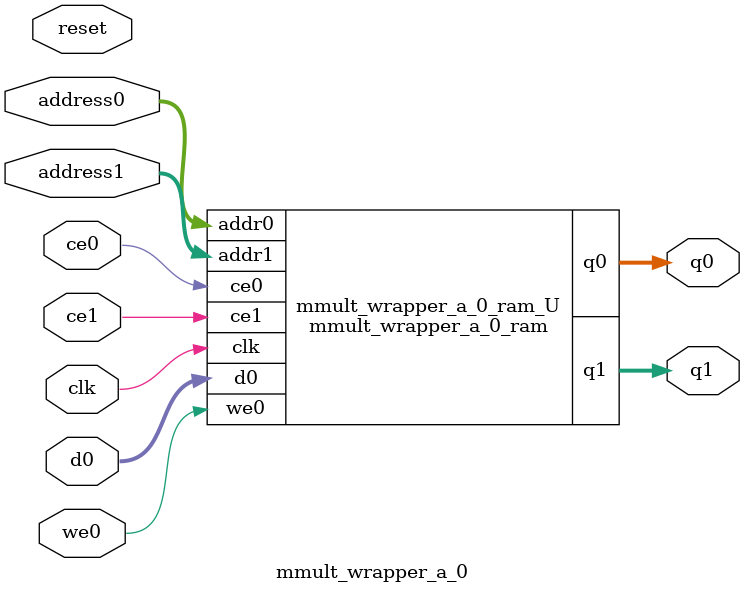
<source format=v>
`timescale 1 ns / 1 ps
module mmult_wrapper_a_0_ram (addr0, ce0, d0, we0, q0, addr1, ce1, q1,  clk);

parameter DWIDTH = 32;
parameter AWIDTH = 7;
parameter MEM_SIZE = 128;

input[AWIDTH-1:0] addr0;
input ce0;
input[DWIDTH-1:0] d0;
input we0;
output reg[DWIDTH-1:0] q0;
input[AWIDTH-1:0] addr1;
input ce1;
output reg[DWIDTH-1:0] q1;
input clk;

reg [DWIDTH-1:0] ram0[0:MEM_SIZE-1];



always @(posedge clk)  
begin 
    if (ce0) begin
        if (we0) 
            ram0[addr0] <= d0; 
        q0 <= ram0[addr0];
    end
end


always @(posedge clk)  
begin 
    if (ce1) begin
        q1 <= ram0[addr1];
    end
end


endmodule

`timescale 1 ns / 1 ps
module mmult_wrapper_a_0(
    reset,
    clk,
    address0,
    ce0,
    we0,
    d0,
    q0,
    address1,
    ce1,
    q1);

parameter DataWidth = 32'd32;
parameter AddressRange = 32'd128;
parameter AddressWidth = 32'd7;
input reset;
input clk;
input[AddressWidth - 1:0] address0;
input ce0;
input we0;
input[DataWidth - 1:0] d0;
output[DataWidth - 1:0] q0;
input[AddressWidth - 1:0] address1;
input ce1;
output[DataWidth - 1:0] q1;



mmult_wrapper_a_0_ram mmult_wrapper_a_0_ram_U(
    .clk( clk ),
    .addr0( address0 ),
    .ce0( ce0 ),
    .we0( we0 ),
    .d0( d0 ),
    .q0( q0 ),
    .addr1( address1 ),
    .ce1( ce1 ),
    .q1( q1 ));

endmodule


</source>
